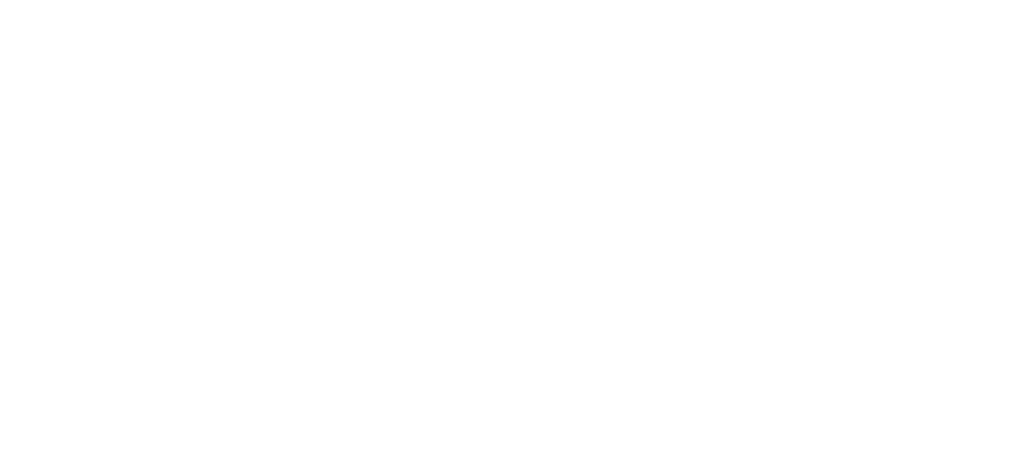
<source format=kicad_pcb>
(kicad_pcb
	(version 20240108)
	(generator "pcbnew")
	(generator_version "8.0")
	(general
		(thickness 1.6)
		(legacy_teardrops no)
	)
	(paper "A4")
	(title_block
		(title "Ref PCB Template")
		(date "2024-11-07")
		(rev "1.0")
	)
	(layers
		(0 "F.Cu" signal)
		(31 "B.Cu" signal)
		(32 "B.Adhes" user "B.Adhesive")
		(33 "F.Adhes" user "F.Adhesive")
		(34 "B.Paste" user)
		(35 "F.Paste" user)
		(36 "B.SilkS" user "B.Silkscreen")
		(37 "F.SilkS" user "F.Silkscreen")
		(38 "B.Mask" user)
		(39 "F.Mask" user)
		(40 "Dwgs.User" user "User.Drawings")
		(41 "Cmts.User" user "User.Comments")
		(42 "Eco1.User" user "User.Eco1")
		(43 "Eco2.User" user "User.Eco2")
		(44 "Edge.Cuts" user)
		(45 "Margin" user)
		(46 "B.CrtYd" user "B.Courtyard")
		(47 "F.CrtYd" user "F.Courtyard")
	)
	(setup
		(stackup
			(layer "F.SilkS"
				(type "Top Silk Screen")
			)
			(layer "F.Paste"
				(type "Top Solder Paste")
			)
			(layer "F.Mask"
				(type "Top Solder Mask")
				(color "Green")
				(thickness 0.01)
			)
			(layer "F.Cu"
				(type "copper")
				(thickness 0.035)
			)
			(layer "dielectric 1"
				(type "core")
				(thickness 1.51)
				(material "FR4")
				(epsilon_r 4.5)
				(loss_tangent 0.02)
			)
			(layer "B.Cu"
				(type "copper")
				(thickness 0.035)
			)
			(layer "B.Mask"
				(type "Bottom Solder Mask")
				(color "Green")
				(thickness 0.01)
			)
			(layer "B.Paste"
				(type "Bottom Solder Paste")
			)
			(layer "B.SilkS"
				(type "Bottom Silk Screen")
			)
			(copper_finish "None")
			(dielectric_constraints no)
		)
		(pad_to_mask_clearance 0)
		(allow_soldermask_bridges_in_footprints no)
		(aux_axis_origin 145 101.5)
		(pcbplotparams
			(layerselection 0x0000030_80000001)
			(plot_on_all_layers_selection 0x0000000_00000000)
			(disableapertmacros no)
			(usegerberextensions yes)
			(usegerberattributes no)
			(usegerberadvancedattributes no)
			(creategerberjobfile no)
			(dashed_line_dash_ratio 12.000000)
			(dashed_line_gap_ratio 3.000000)
			(svgprecision 6)
			(plotframeref no)
			(viasonmask no)
			(mode 1)
			(useauxorigin no)
			(hpglpennumber 1)
			(hpglpenspeed 20)
			(hpglpendiameter 15.000000)
			(pdf_front_fp_property_popups yes)
			(pdf_back_fp_property_popups yes)
			(dxfpolygonmode yes)
			(dxfimperialunits yes)
			(dxfusepcbnewfont yes)
			(psnegative no)
			(psa4output no)
			(plotreference yes)
			(plotvalue yes)
			(plotfptext yes)
			(plotinvisibletext no)
			(sketchpadsonfab no)
			(subtractmaskfromsilk no)
			(outputformat 1)
			(mirror no)
			(drillshape 1)
			(scaleselection 1)
			(outputdirectory "")
		)
	)
	(net 0 "")
	(gr_line
		(start 370.250001 169.25)
		(end 370.250001 206.012)
		(stroke
			(width 0.1)
			(type default)
		)
		(layer "Dwgs.User")
		(uuid "282d74b9-10fa-41ec-8d40-6a496250f823")
	)
	(gr_line
		(start 313.292858 180.77)
		(end 436.621433 180.77)
		(stroke
			(width 0.1)
			(type default)
		)
		(layer "Dwgs.User")
		(uuid "38f46b1b-7f2c-456a-a936-c6ec8ae433b2")
	)
	(gr_line
		(start 328.678572 169.25)
		(end 328.678572 206.012)
		(stroke
			(width 0.1)
			(type default)
		)
		(layer "Dwgs.User")
		(uuid "3a078c02-7651-46bd-96e6-742ba68181f6")
	)
	(gr_line
		(start 406.778574 169.25)
		(end 406.778574 206.012)
		(stroke
			(width 0.1)
			(type default)
		)
		(layer "Dwgs.User")
		(uuid "421c6ef9-eee3-4326-a4c9-112ec0191fc6")
	)
	(gr_line
		(start 313.292858 191.588)
		(end 436.621433 191.588)
		(stroke
			(width 0.1)
			(type default)
		)
		(layer "Dwgs.User")
		(uuid "5267f77f-b9e5-4bbe-9f6d-dab616d94b2e")
	)
	(gr_line
		(start 313.292858 177.164)
		(end 436.621433 177.164)
		(stroke
			(width 0.1)
			(type default)
		)
		(layer "Dwgs.User")
		(uuid "6d6cf1a6-b2c9-4633-8c4f-1addf2ec3927")
	)
	(gr_line
		(start 313.292858 206.012)
		(end 436.621433 206.012)
		(stroke
			(width 0.1)
			(type default)
		)
		(layer "Dwgs.User")
		(uuid "7d53f6e8-1aa1-4c28-9160-afc66076e2f1")
	)
	(gr_line
		(start 313.292858 187.982)
		(end 436.621433 187.982)
		(stroke
			(width 0.1)
			(type default)
		)
		(layer "Dwgs.User")
		(uuid "8795116d-1835-444f-a6b7-2a01df1e8831")
	)
	(gr_line
		(start 419.664289 169.25)
		(end 419.664289 206.012)
		(stroke
			(width 0.1)
			(type default)
		)
		(layer "Dwgs.User")
		(uuid "c2335d15-fd72-4e2c-ac45-8469eccbb046")
	)
	(gr_line
		(start 313.292858 195.194)
		(end 436.621433 195.194)
		(stroke
			(width 0.1)
			(type default)
		)
		(layer "Dwgs.User")
		(uuid "cce1794a-5ccc-4700-b4d1-3ac326f43d75")
	)
	(gr_line
		(start 390.278573 169.25)
		(end 390.278573 206.012)
		(stroke
			(width 0.1)
			(type default)
		)
		(layer "Dwgs.User")
		(uuid "d236ff0f-9b58-46b4-802a-70409960cf6f")
	)
	(gr_line
		(start 313.292858 169.25)
		(end 313.292858 206.012)
		(stroke
			(width 0.1)
			(type default)
		)
		(layer "Dwgs.User")
		(uuid "d81f299f-171b-403e-813e-f9209e9a0fcf")
	)
	(gr_line
		(start 313.292858 184.376)
		(end 436.621433 184.376)
		(stroke
			(width 0.1)
			(type default)
		)
		(layer "Dwgs.User")
		(uuid "d8baa880-6130-4f6f-b4e0-52413a28698c")
	)
	(gr_line
		(start 313.292858 198.8)
		(end 436.621433 198.8)
		(stroke
			(width 0.1)
			(type default)
		)
		(layer "Dwgs.User")
		(uuid "e3acf027-5575-49e4-a35c-522bc0a258e0")
	)
	(gr_line
		(start 436.621433 169.25)
		(end 436.621433 206.012)
		(stroke
			(width 0.1)
			(type default)
		)
		(layer "Dwgs.User")
		(uuid "e3fdcac2-2736-48bc-ab16-07e81a8ffb34")
	)
	(gr_line
		(start 313.292858 169.25)
		(end 436.621433 169.25)
		(stroke
			(width 0.1)
			(type default)
		)
		(layer "Dwgs.User")
		(uuid "f2c1058c-3d9c-4355-8ead-0f1c5c160ce6")
	)
	(gr_line
		(start 353.75 169.25)
		(end 353.75 206.012)
		(stroke
			(width 0.1)
			(type default)
		)
		(layer "Dwgs.User")
		(uuid "f50d1f66-7469-49c6-b37d-a75c7d703163")
	)
	(gr_line
		(start 313.292858 173.558)
		(end 436.621433 173.558)
		(stroke
			(width 0.1)
			(type default)
		)
		(layer "Dwgs.User")
		(uuid "fb004361-416e-4cb7-89c9-333143cebfc8")
	)
	(gr_line
		(start 313.292858 202.406)
		(end 436.621433 202.406)
		(stroke
			(width 0.1)
			(type default)
		)
		(layer "Dwgs.User")
		(uuid "fb5ef685-968f-4ec8-bd2c-dddd4a6dce30")
	)
	(gr_text "No"
		(at 406.974567 158.568 0)
		(layer "Dwgs.User")
		(uuid "012692c2-d4f2-41dd-bbaf-8ca865b407cd")
		(effects
			(font
				(size 1.5 1.5)
				(thickness 0.2)
			)
			(justify left top)
		)
	)
	(gr_text ""
		(at 354.5 199.55 0)
		(layer "Dwgs.User")
		(uuid "04e9ee3a-ea74-461f-8b17-3ca1eb2be5bd")
		(effects
			(font
				(size 1.5 1.5)
				(thickness 0.1)
			)
			(justify left top)
		)
	)
	(gr_text "0.02"
		(at 420.414289 188.732 0)
		(layer "Dwgs.User")
		(uuid "069c2b01-8c64-4567-a952-2c148f7aca83")
		(effects
			(font
				(size 1.5 1.5)
				(thickness 0.1)
			)
			(justify left top)
		)
	)
	(gr_text ""
		(at 391.028573 185.126 0)
		(layer "Dwgs.User")
		(uuid "0acdbe47-33d6-4ddd-a7a2-54bdf1643b4f")
		(effects
			(font
				(size 1.5 1.5)
				(thickness 0.1)
			)
			(justify left top)
		)
	)
	(gr_text "123.4286 mm x 36.8620 mm"
		(at 346.446001 146.697 0)
		(layer "Dwgs.User")
		(uuid "0ca7c12d-5774-48ea-9aca-214877dbb3c0")
		(effects
			(font
				(size 1.5 1.5)
				(thickness 0.2)
			)
			(justify left top)
		)
	)
	(gr_text "Green"
		(at 391.028573 195.944 0)
		(layer "Dwgs.User")
		(uuid "0f7993c1-ac77-45f5-9b27-8564c1685e15")
		(effects
			(font
				(size 1.5 1.5)
				(thickness 0.1)
			)
			(justify left top)
		)
	)
	(gr_text ""
		(at 391.028573 192.338 0)
		(layer "Dwgs.User")
		(uuid "10700aa3-c9a4-4e10-a467-40d8c663ea33")
		(effects
			(font
				(size 1.5 1.5)
				(thickness 0.1)
			)
			(justify left top)
		)
	)
	(gr_text "Plated Board Edge: "
		(at 382.03171 158.568 0)
		(layer "Dwgs.User")
		(uuid "10b93cbf-b36c-4732-8955-d62755f99b1f")
		(effects
			(font
				(size 1.5 1.5)
				(thickness 0.2)
			)
			(justify left top)
		)
	)
	(gr_text "Type"
		(at 329.428572 170 0)
		(layer "Dwgs.User")
		(uuid "14b540e9-0561-4dc2-874c-812b861d68df")
		(effects
			(font
				(size 1.5 1.5)
				(thickness 0.3)
			)
			(justify left top)
		)
	)
	(gr_text "0 mm"
		(at 371.000001 199.55 0)
		(layer "Dwgs.User")
		(uuid "15651183-3b18-4715-8731-56154d0fc0ab")
		(effects
			(font
				(size 1.5 1.5)
				(thickness 0.1)
			)
			(justify left top)
		)
	)
	(gr_text "4.5"
		(at 407.528574 188.732 0)
		(layer "Dwgs.User")
		(uuid "173605f7-58bd-4033-b15d-0ef2305dc887")
		(effects
			(font
				(size 1.5 1.5)
				(thickness 0.1)
			)
			(justify left top)
		)
	)
	(gr_text "Min track/spacing: "
		(at 313.788858 150.654 0)
		(layer "Dwgs.User")
		(uuid "2049d55f-265a-4420-859a-b2710f2dcdc1")
		(effects
			(font
				(size 1.5 1.5)
				(thickness 0.2)
			)
			(justify left top)
		)
	)
	(gr_text "0 mm"
		(at 371.000001 174.308 0)
		(layer "Dwgs.User")
		(uuid "23f7992d-20b3-4fca-9452-c8cec37e52ad")
		(effects
			(font
				(size 1.5 1.5)
				(thickness 0.1)
			)
			(justify left top)
		)
	)
	(gr_text ""
		(at 382.03171 146.697 0)
		(layer "Dwgs.User")
		(uuid "254669d8-0432-484f-8aae-dd3b1a013b3e")
		(effects
			(font
				(size 1.5 1.5)
				(thickness 0.2)
			)
			(justify left top)
		)
	)
	(gr_text "1"
		(at 407.528574 192.338 0)
		(layer "Dwgs.User")
		(uuid "2af11b8c-fa55-401c-8df9-b3e6e0da9ab7")
		(effects
			(font
				(size 1.5 1.5)
				(thickness 0.1)
			)
			(justify left top)
		)
	)
	(gr_text "B.Paste"
		(at 314.042858 199.55 0)
		(layer "Dwgs.User")
		(uuid "2c8406da-7e9f-4b4b-a35d-e7444b4fea09")
		(effects
			(font
				(size 1.5 1.5)
				(thickness 0.1)
			)
			(justify left top)
		)
	)
	(gr_text "copper"
		(at 329.428572 192.338 0)
		(layer "Dwgs.User")
		(uuid "2f19aae4-6bad-48e4-abf1-e92355549a62")
		(effects
			(font
				(size 1.5 1.5)
				(thickness 0.1)
			)
			(justify left top)
		)
	)
	(gr_text "1"
		(at 407.528574 174.308 0)
		(layer "Dwgs.User")
		(uuid "3240e5ae-e75f-4953-b802-e6e5f72df450")
		(effects
			(font
				(size 1.5 1.5)
				(thickness 0.1)
			)
			(justify left top)
		)
	)
	(gr_text "1"
		(at 407.528574 177.914 0)
		(layer "Dwgs.User")
		(uuid "413935bc-bf04-4fed-b378-922ae7ade7bb")
		(effects
			(font
				(size 1.5 1.5)
				(thickness 0.1)
			)
			(justify left top)
		)
	)
	(gr_text "Edge card connectors: "
		(at 313.788858 162.525 0)
		(layer "Dwgs.User")
		(uuid "43a0a473-19f5-4f2c-9266-a6f46dcf5b14")
		(effects
			(font
				(size 1.5 1.5)
				(thickness 0.2)
			)
			(justify left top)
		)
	)
	(gr_text ""
		(at 354.5 185.126 0)
		(layer "Dwgs.User")
		(uuid "449a7c99-4f18-413c-af6e-d6ce2a839b33")
		(effects
			(font
				(size 1.5 1.5)
				(thickness 0.1)
			)
			(justify left top)
		)
	)
	(gr_text "1"
		(at 407.528574 185.126 0)
		(layer "Dwgs.User")
		(uuid "47489485-b828-4295-88db-fbcedd5a9c93")
		(effects
			(font
				(size 1.5 1.5)
				(thickness 0.1)
			)
			(justify left top)
		)
	)
	(gr_text "0"
		(at 420.414289 174.308 0)
		(layer "Dwgs.User")
		(uuid "48105cb7-6ecc-4492-a50b-be3fcb8920b5")
		(effects
			(font
				(size 1.5 1.5)
				(thickness 0.1)
			)
			(justify left top)
		)
	)
	(gr_text "Dielectric"
		(at 314.042858 188.732 0)
		(layer "Dwgs.User")
		(uuid "4b7cbbee-8547-41ab-a73a-6e1023ed36d2")
		(effects
			(font
				(size 1.5 1.5)
				(thickness 0.1)
			)
			(justify left top)
		)
	)
	(gr_text "B.Mask"
		(at 314.042858 195.944 0)
		(layer "Dwgs.User")
		(uuid "4e0d160a-6b37-44d8-a4dc-e11652ab270f")
		(effects
			(font
				(size 1.5 1.5)
				(thickness 0.1)
			)
			(justify left top)
		)
	)
	(gr_text "0.01 mm"
		(at 371.000001 181.52 0)
		(layer "Dwgs.User")
		(uuid "4f24ae02-23ae-4cba-af34-ec20652ee3ad")
		(effects
			(font
				(size 1.5 1.5)
				(thickness 0.1)
			)
			(justify left top)
		)
	)
	(gr_text "0"
		(at 420.414289 185.126 0)
		(layer "Dwgs.User")
		(uuid "4f98ac7a-8287-4666-86fc-807a082a5376")
		(effects
			(font
				(size 1.5 1.5)
				(thickness 0.1)
			)
			(justify left top)
		)
	)
	(gr_text "Layer Name"
		(at 314.042858 170 0)
		(layer "Dwgs.User")
		(uuid "5210b8e5-4662-4d71-a142-f858635279a0")
		(effects
			(font
				(size 1.5 1.5)
				(thickness 0.3)
			)
			(justify left top)
		)
	)
	(gr_text "Copper Layer Count: "
		(at 313.788858 142.74 0)
		(layer "Dwgs.User")
		(uuid "526ef829-f3de-4884-aab2-0bee86b8156a")
		(effects
			(font
				(size 1.5 1.5)
				(thickness 0.2)
			)
			(justify left top)
		)
	)
	(gr_text "0.035 mm"
		(at 371.000001 192.338 0)
		(layer "Dwgs.User")
		(uuid "52e1556f-510a-4403-b080-58df801daefe")
		(effects
			(font
				(size 1.5 1.5)
				(thickness 0.1)
			)
			(justify left top)
		)
	)
	(gr_text "No"
		(at 406.974567 154.611 0)
		(layer "Dwgs.User")
		(uuid "61369e83-2cfc-4b4a-aedc-9fafe86d4c69")
		(effects
			(font
				(size 1.5 1.5)
				(thickness 0.2)
			)
			(justify left top)
		)
	)
	(gr_text "Bottom Solder Paste"
		(at 329.428572 199.55 0)
		(layer "Dwgs.User")
		(uuid "646a8973-0369-41f4-add8-245f35084097")
		(effects
			(font
				(size 1.5 1.5)
				(thickness 0.1)
			)
			(justify left top)
		)
	)
	(gr_text "${TITLE}\n\n"
		(at 28 49.5 0)
		(layer "Dwgs.User")
		(uuid "6b67b59a-0c49-4f12-b2ba-e9e29b187828")
		(effects
			(font
				(size 10 10)
				(thickness 1.5)
			)
			(justify left bottom)
		)
	)
	(gr_text "3.3"
		(at 407.528574 181.52 0)
		(layer "Dwgs.User")
		(uuid "6c417115-4633-4f6c-8b9b-a03494ff170d")
		(effects
			(font
				(size 1.5 1.5)
				(thickness 0.1)
			)
			(justify left top)
		)
	)
	(gr_text "2"
		(at 346.446001 142.74 0)
		(layer "Dwgs.User")
		(uuid "6db04644-a92d-4e14-a565-3af4089e613e")
		(effects
			(font
				(size 1.5 1.5)
				(thickness 0.2)
			)
			(justify left top)
		)
	)
	(gr_text "Not specified"
		(at 354.5 174.308 0)
		(layer "Dwgs.User")
		(uuid "72e21754-dfe8-4037-9675-f003b082a18f")
		(effects
			(font
				(size 1.5 1.5)
				(thickness 0.1)
			)
			(justify left top)
		)
	)
	(gr_text "F.Cu"
		(at 314.042858 185.126 0)
		(layer "Dwgs.User")
		(uuid "72f193f0-1f22-4205-95ea-8c60bc1d2c57")
		(effects
			(font
				(size 1.5 1.5)
				(thickness 0.1)
			)
			(justify left top)
		)
	)
	(gr_text "Top Solder Mask"
		(at 329.428572 181.52 0)
		(layer "Dwgs.User")
		(uuid "745aeabd-fbf4-49d6-a9a6-c7f3c8bca4fc")
		(effects
			(font
				(size 1.5 1.5)
				(thickness 0.1)
			)
			(justify left top)
		)
	)
	(gr_text "Top Solder Paste"
		(at 329.428572 177.914 0)
		(layer "Dwgs.User")
		(uuid "752bd562-7e7d-48bf-aec9-39b2d29058b4")
		(effects
			(font
				(size 1.5 1.5)
				(thickness 0.1)
			)
			(justify left top)
		)
	)
	(gr_text ""
		(at 391.028573 199.55 0)
		(layer "Dwgs.User")
		(uuid "765de745-76f9-434f-be41-8df03c2b10bc")
		(effects
			(font
				(size 1.5 1.5)
				(thickness 0.1)
			)
			(justify left top)
		)
	)
	(gr_text "1"
		(at 407.528574 203.156 0)
		(layer "Dwgs.User")
		(uuid "79dd007c-1526-4646-b83a-1986b5cd713b")
		(effects
			(font
				(size 1.5 1.5)
				(thickness 0.1)
			)
			(justify left top)
		)
	)
	(gr_text "BOARD CHARACTERISTICS"
		(at 313.038858 137.246 0)
		(layer "Dwgs.User")
		(uuid "8453f459-df65-44dd-9fcf-4f715c0a6582")
		(effects
			(font
				(size 2 2)
				(thickness 0.4)
			)
			(justify left top)
		)
	)
	(gr_text "3.3"
		(at 407.528574 195.944 0)
		(layer "Dwgs.User")
		(uuid "85298582-ec6d-4b6a-a2d3-0f16410e75fb")
		(effects
			(font
				(size 1.5 1.5)
				(thickness 0.1)
			)
			(justify left top)
		)
	)
	(gr_text "Castellated pads: "
		(at 313.788858 158.568 0)
		(layer "Dwgs.User")
		(uuid "88cfcd63-8901-44fb-8a82-d3f0a4f85ed7")
		(effects
			(font
				(size 1.5 1.5)
				(thickness 0.2)
			)
			(justify left top)
		)
	)
	(gr_text "Min hole diameter: "
		(at 382.03171 150.654 0)
		(layer "Dwgs.User")
		(uuid "8b0c900a-a604-4d75-bd97-5d31b5977b99")
		(effects
			(font
				(size 1.5 1.5)
				(thickness 0.2)
			)
			(justify left top)
		)
	)
	(gr_text "0"
		(at 420.414289 199.55 0)
		(layer "Dwgs.User")
		(uuid "8d9cbfcc-5b3f-43b9-ba7f-e7401eb93e49")
		(effects
			(font
				(size 1.5 1.5)
				(thickness 0.1)
			)
			(justify left top)
		)
	)
	(gr_text "0"
		(at 420.414289 203.156 0)
		(layer "Dwgs.User")
		(uuid "94e63666-3898-4941-af31-2f50392e6cb5")
		(effects
			(font
				(size 1.5 1.5)
				(thickness 0.1)
			)
			(justify left top)
		)
	)
	(gr_text "0 mm"
		(at 371.000001 203.156 0)
		(layer "Dwgs.User")
		(uuid "951ee72b-a8b6-4f58-ab14-92d1b8d91f16")
		(effects
			(font
				(size 1.5 1.5)
				(thickness 0.1)
			)
			(justify left top)
		)
	)
	(gr_text "B.Silkscreen"
		(at 314.042858 203.156 0)
		(layer "Dwgs.User")
		(uuid "97773c7c-2935-4c56-9ddd-73f18c5937a3")
		(effects
			(font
				(size 1.5 1.5)
				(thickness 0.1)
			)
			(justify left top)
		)
	)
	(gr_text ""
		(at 354.5 192.338 0)
		(layer "Dwgs.User")
		(uuid "99f9e9b9-3da7-4de9-9746-e5d6c02b8503")
		(effects
			(font
				(size 1.5 1.5)
				(thickness 0.1)
			)
			(justify left top)
		)
	)
	(gr_text "Not specified"
		(at 391.028573 174.308 0)
		(layer "Dwgs.User")
		(uuid "9c7df5aa-0130-4185-b2da-debfb940f1cc")
		(effects
			(font
				(size 1.5 1.5)
				(thickness 0.1)
			)
			(justify left top)
		)
	)
	(gr_text "Color"
		(at 391.028573 170 0)
		(layer "Dwgs.User")
		(uuid "a1462520-b328-41ee-8d18-dab60266df96")
		(effects
			(font
				(size 1.5 1.5)
				(thickness 0.3)
			)
			(justify left top)
		)
	)
	(gr_text "1"
		(at 407.528574 199.55 0)
		(layer "Dwgs.User")
		(uuid "a3f72ab6-5dea-40c3-beaf-0e87405867f1")
		(effects
			(font
				(size 1.5 1.5)
				(thickness 0.1)
			)
			(justify left top)
		)
	)
	(gr_text "Loss Tangent"
		(at 420.414289 170 0)
		(layer "Dwgs.User")
		(uuid "a53b9725-d49a-4617-852e-6041d2c54a54")
		(effects
			(font
				(size 1.5 1.5)
				(thickness 0.3)
			)
			(justify left top)
		)
	)
	(gr_text "Material"
		(at 354.5 170 0)
		(layer "Dwgs.User")
		(uuid "abcdd730-c75b-4420-b1ea-af2dbbdad9d4")
		(effects
			(font
				(size 1.5 1.5)
				(thickness 0.3)
			)
			(justify left top)
		)
	)
	(gr_text "Bottom Silk Screen"
		(at 329.428572 203.156 0)
		(layer "Dwgs.User")
		(uuid "ad05584f-d986-4fde-b35a-0a64552965b2")
		(effects
			(font
				(size 1.5 1.5)
				(thickness 0.1)
			)
			(justify left top)
		)
	)
	(gr_text "0.2540 mm / 0.0000 mm"
		(at 346.446001 150.654 0)
		(layer "Dwgs.User")
		(uuid "ae9eaf60-f36d-415c-91eb-11aa6e0abffc")
		(effects
			(font
				(size 1.5 1.5)
				(thickness 0.2)
			)
			(justify left top)
		)
	)
	(gr_text "Green"
		(at 391.028573 181.52 0)
		(layer "Dwgs.User")
		(uuid "b0db9474-96f7-4599-aa02-236b5f46567a")
		(effects
			(font
				(size 1.5 1.5)
				(thickness 0.1)
			)
			(justify left top)
		)
	)
	(gr_text "F.Mask"
		(at 314.042858 181.52 0)
		(layer "Dwgs.User")
		(uuid "b2412858-1194-4020-9be3-93ef9424ef58")
		(effects
			(font
				(size 1.5 1.5)
				(thickness 0.1)
			)
			(justify left top)
		)
	)
	(gr_text "Impedance Control: "
		(at 382.03171 154.611 0)
		(layer "Dwgs.User")
		(uuid "b2ae54d4-1b7b-4b0b-b7d6-e8cf75351d2f")
		(effects
			(font
				(size 1.5 1.5)
				(thickness 0.2)
			)
			(justify left top)
		)
	)
	(gr_text "Top Silk Screen"
		(at 329.428572 174.308 0)
		(layer "Dwgs.User")
		(uuid "b40217a2-f65c-4965-b7da-481f15086f67")
		(effects
			(font
				(size 1.5 1.5)
				(thickness 0.1)
			)
			(justify left top)
		)
	)
	(gr_text "0"
		(at 420.414289 192.338 0)
		(layer "Dwgs.User")
		(uuid "b432779c-1615-4a4e-bfde-82b92ea270e6")
		(effects
			(font
				(size 1.5 1.5)
				(thickness 0.1)
			)
			(justify left top)
		)
	)
	(gr_text "Not specified"
		(at 354.5 181.52 0)
		(layer "Dwgs.User")
		(uuid "b5b265f8-60f4-4e50-a727-7c964e23cffc")
		(effects
			(font
				(size 1.5 1.5)
				(thickness 0.1)
			)
			(justify left top)
		)
	)
	(gr_text "1.6000 mm"
		(at 406.974567 142.74 0)
		(layer "Dwgs.User")
		(uuid "b6aa731e-b1c1-4231-b8e5-b8413e66cf83")
		(effects
			(font
				(size 1.5 1.5)
				(thickness 0.2)
			)
			(justify left top)
		)
	)
	(gr_text "copper"
		(at 329.428572 185.126 0)
		(layer "Dwgs.User")
		(uuid "b7fe9f57-35b2-48bb-a641-ae1c9e18eb43")
		(effects
			(font
				(size 1.5 1.5)
				(thickness 0.1)
			)
			(justify left top)
		)
	)
	(gr_text "Not specified"
		(at 391.028573 188.732 0)
		(layer "Dwgs.User")
		(uuid "b8e677d6-2936-4360-aa7f-92ec4571e3b1")
		(effects
			(font
				(size 1.5 1.5)
				(thickness 0.1)
			)
			(justify left top)
		)
	)
	(gr_text "F.Silkscreen"
		(at 314.042858 174.308 0)
		(layer "Dwgs.User")
		(uuid "ba91a71a-ac84-4434-9fea-51120f59514f")
		(effects
			(font
				(size 1.5 1.5)
				(thickness 0.1)
			)
			(justify left top)
		)
	)
	(gr_text "Copper Finish: "
		(at 313.788858 154.611 0)
		(layer "Dwgs.User")
		(uuid "bb07cde7-b613-4a4b-b062-868f5745c9e0")
		(effects
			(font
				(size 1.5 1.5)
				(thickness 0.2)
			)
			(justify left top)
		)
	)
	(gr_text "0.5080 mm"
		(at 406.974567 150.654 0)
		(layer "Dwgs.User")
		(uuid "c0467f52-31a1-42ef-878f-01fadb3a0fac")
		(effects
			(font
				(size 1.5 1.5)
				(thickness 0.2)
			)
			(justify left top)
		)
	)
	(gr_text "0"
		(at 420.414289 195.944 0)
		(layer "Dwgs.User")
		(uuid "c0da4348-c9ee-4942-a230-49ed0dc09c96")
		(effects
			(font
				(size 1.5 1.5)
				(thickness 0.1)
			)
			(justify left top)
		)
	)
	(gr_text "${ISSUE_DATE}\n"
		(at 179 34 0)
		(layer "Dwgs.User")
		(uuid "ca82f5b4-9d15-4aef-9832-42cfd3c86dca")
		(effects
			(font
				(size 10 10)
				(thickness 1.5)
			)
			(justify left bottom)
		)
	)
	(gr_text "1.51 mm"
		(at 371.000001 188.732 0)
		(layer "Dwgs.User")
		(uuid "ca896cf7-537d-4b86-8e91-18844b6318ab")
		(effects
			(font
				(size 1.5 1.5)
				(thickness 0.1)
			)
			(justify left top)
		)
	)
	(gr_text "Not specified"
		(at 354.5 195.944 0)
		(layer "Dwgs.User")
		(uuid "cca7f50b-810e-4f2b-a57d-2b16aab1c863")
		(effects
			(font
				(size 1.5 1.5)
				(thickness 0.1)
			)
			(justify left top)
		)
	)
	(gr_text "FR4"
		(at 354.5 188.732 0)
		(layer "Dwgs.User")
		(uuid "ce29cc21-ad60-4a8f-90da-a7a07f2eb580")
		(effects
			(font
				(size 1.5 1.5)
				(thickness 0.1)
			)
			(justify left top)
		)
	)
	(gr_text "0"
		(at 420.414289 177.914 0)
		(layer "Dwgs.User")
		(uuid "d19bd7dc-b1ac-4231-8ae1-5f27eea0ab1b")
		(effects
			(font
				(size 1.5 1.5)
				(thickness 0.1)
			)
			(justify left top)
		)
	)
	(gr_text "core"
		(at 329.428572 188.732 0)
		(layer "Dwgs.User")
		(uuid "d7a6c8f2-e5a6-4f97-a6ce-55deb6a48226")
		(effects
			(font
				(size 1.5 1.5)
				(thickness 0.1)
			)
			(justify left top)
		)
	)
	(gr_text "F.Paste"
		(at 314.042858 177.914 0)
		(layer "Dwgs.User")
		(uuid "dbab68f4-fd1a-47e8-b41a-a12d51c4d22c")
		(effects
			(font
				(size 1.5 1.5)
				(thickness 0.1)
			)
			(justify left top)
		)
	)
	(gr_text "Not specified"
		(at 391.028573 203.156 0)
		(layer "Dwgs.User")
		(uuid "de01d01c-1965-4301-a239-c754b21f3f02")
		(effects
			(font
				(size 1.5 1.5)
				(thickness 0.1)
			)
			(justify left top)
		)
	)
	(gr_text "Bottom Solder Mask"
		(at 329.428572 195.944 0)
		(layer "Dwgs.User")
		(uuid "e0f82fea-a675-44c0-b05c-c94e0eff421a")
		(effects
			(font
				(size 1.5 1.5)
				(thickness 0.1)
			)
			(justify left top)
		)
	)
	(gr_text "0 mm"
		(at 371.000001 177.914 0)
		(layer "Dwgs.User")
		(uuid "e19651ba-33e6-4ab0-b28b-cbdc8cf62142")
		(effects
			(font
				(size 1.5 1.5)
				(thickness 0.1)
			)
			(justify left top)
		)
	)
	(gr_text "No"
		(at 346.446001 158.568 0)
		(layer "Dwgs.User")
		(uuid "e25c3632-0ef8-4700-b8d0-971c934807ee")
		(effects
			(font
				(size 1.5 1.5)
				(thickness 0.2)
			)
			(justify left top)
		)
	)
	(gr_text "Board overall dimensions: "
		(at 313.788858 146.697 0)
		(layer "Dwgs.User")
		(uuid "e3cd30f3-66fe-46d0-82e3-d2fb984efd41")
		(effects
			(font
				(size 1.5 1.5)
				(thickness 0.2)
			)
			(justify left top)
		)
	)
	(gr_text "No"
		(at 346.446001 162.525 0)
		(layer "Dwgs.User")
		(uuid "e8762426-3fb6-47ab-aa8f-088619e589b0")
		(effects
			(font
				(size 1.5 1.5)
				(thickness 0.2)
			)
			(justify left top)
		)
	)
	(gr_text "Epsilon R"
		(at 407.528574 170 0)
		(layer "Dwgs.User")
		(uuid "e87af060-6009-45c7-a214-c45f6039954d")
		(effects
			(font
				(size 1.5 1.5)
				(thickness 0.3)
			)
			(justify left top)
		)
	)
	(gr_text "Thickness (mm)"
		(at 371.000001 170 0)
		(layer "Dwgs.User")
		(uuid "eca7afd4-7373-4944-8223-5e1ffc19f8cf")
		(effects
			(font
				(size 1.5 1.5)
				(thickness 0.3)
			)
			(justify left top)
		)
	)
	(gr_text "B.Cu"
		(at 314.042858 192.338 0)
		(layer "Dwgs.User")
		(uuid "f05077b6-5147-4da2-b2fd-5fe426914d37")
		(effects
			(font
				(size 1.5 1.5)
				(thickness 0.1)
			)
			(justify left top)
		)
	)
	(gr_text "0"
		(at 420.414289 181.52 0)
		(layer "Dwgs.User")
		(uuid "f0775369-2eb5-4d4b-af03-a8792a50ff06")
		(effects
			(font
				(size 1.5 1.5)
				(thickness 0.1)
			)
			(justify left top)
		)
	)
	(gr_text "Not specified"
		(at 354.5 203.156 0)
		(layer "Dwgs.User")
		(uuid "f2f028db-743c-457a-a58f-afe7c1ab5306")
		(effects
			(font
				(size 1.5 1.5)
				(thickness 0.1)
			)
			(justify left top)
		)
	)
	(gr_text ""
		(at 354.5 177.914 0)
		(layer "Dwgs.User")
		(uuid "f343947a-db68-4466-ab30-79070eecff5a")
		(effects
			(font
				(size 1.5 1.5)
				(thickness 0.1)
			)
			(justify left top)
		)
	)
	(gr_text "0.01 mm"
		(at 371.000001 195.944 0)
		(layer "Dwgs.User")
		(uuid "f35b6299-c27a-4ec3-ad57-502ee3bc9dc5")
		(effects
			(font
				(size 1.5 1.5)
				(thickness 0.1)
			)
			(justify left top)
		)
	)
	(gr_text "0.035 mm"
		(at 371.000001 185.126 0)
		(layer "Dwgs.User")
		(uuid "f60d9b43-ed02-4033-a4c8-a149af253582")
		(effects
			(font
				(size 1.5 1.5)
				(thickness 0.1)
			)
			(justify left top)
		)
	)
	(gr_text ""
		(at 406.974567 146.697 0)
		(layer "Dwgs.User")
		(uuid "f7ed6b06-7c12-4072-85fa-523a771eb676")
		(effects
			(font
				(size 1.5 1.5)
				(thickness 0.2)
			)
			(justify left top)
		)
	)
	(gr_text "None"
		(at 346.446001 154.611 0)
		(layer "Dwgs.User")
		(uuid "f940fe62-5c2a-4ba4-a0f2-3d5aea84323c")
		(effects
			(font
				(size 1.5 1.5)
				(thickness 0.2)
			)
			(justify left top)
		)
	)
	(gr_text ""
		(at 391.028573 177.914 0)
		(layer "Dwgs.User")
		(uuid "fc8882e5-7946-4371-8659-faa42d9d4969")
		(effects
			(font
				(size 1.5 1.5)
				(thickness 0.1)
			)
			(justify left top)
		)
	)
	(gr_text "Board Thickness: "
		(at 382.03171 142.74 0)
		(layer "Dwgs.User")
		(uuid "fd83b4e3-887c-491b-87ef-f9653e83b3f1")
		(effects
			(font
				(size 1.5 1.5)
				(thickness 0.2)
			)
			(justify left top)
		)
	)
	(group "group-boardStackUp"
		(uuid "0253bcad-4e54-47b6-80c8-0357b183ca7f")
		(members "04e9ee3a-ea74-461f-8b17-3ca1eb2be5bd" "069c2b01-8c64-4567-a952-2c148f7aca83"
			"0acdbe47-33d6-4ddd-a7a2-54bdf1643b4f" "0f7993c1-ac77-45f5-9b27-8564c1685e15"
			"10700aa3-c9a4-4e10-a467-40d8c663ea33" "14b540e9-0561-4dc2-874c-812b861d68df"
			"15651183-3b18-4715-8731-56154d0fc0ab" "173605f7-58bd-4033-b15d-0ef2305dc887"
			"23f7992d-20b3-4fca-9452-c8cec37e52ad" "282d74b9-10fa-41ec-8d40-6a496250f823"
			"2af11b8c-fa55-401c-8df9-b3e6e0da9ab7" "2c8406da-7e9f-4b4b-a35d-e7444b4fea09"
			"2f19aae4-6bad-48e4-abf1-e92355549a62" "3240e5ae-e75f-4953-b802-e6e5f72df450"
			"38f46b1b-7f2c-456a-a936-c6ec8ae433b2" "3a078c02-7651-46bd-96e6-742ba68181f6"
			"413935bc-bf04-4fed-b378-922ae7ade7bb" "421c6ef9-eee3-4326-a4c9-112ec0191fc6"
			"449a7c99-4f18-413c-af6e-d6ce2a839b33" "47489485-b828-4295-88db-fbcedd5a9c93"
			"48105cb7-6ecc-4492-a50b-be3fcb8920b5" "4b7cbbee-8547-41ab-a73a-6e1023ed36d2"
			"4e0d160a-6b37-44d8-a4dc-e11652ab270f" "4f24ae02-23ae-4cba-af34-ec20652ee3ad"
			"4f98ac7a-8287-4666-86fc-807a082a5376" "5210b8e5-4662-4d71-a142-f858635279a0"
			"5267f77f-b9e5-4bbe-9f6d-dab616d94b2e" "52e1556f-510a-4403-b080-58df801daefe"
			"646a8973-0369-41f4-add8-245f35084097" "6c417115-4633-4f6c-8b9b-a03494ff170d"
			"6d6cf1a6-b2c9-4633-8c4f-1addf2ec3927" "72e21754-dfe8-4037-9675-f003b082a18f"
			"72f193f0-1f22-4205-95ea-8c60bc1d2c57" "745aeabd-fbf4-49d6-a9a6-c7f3c8bca4fc"
			"752bd562-7e7d-48bf-aec9-39b2d29058b4" "765de745-76f9-434f-be41-8df03c2b10bc"
			"79dd007c-1526-4646-b83a-1986b5cd713b" "7d53f6e8-1aa1-4c28-9160-afc66076e2f1"
			"85298582-ec6d-4b6a-a2d3-0f16410e75fb" "8795116d-1835-444f-a6b7-2a01df1e8831"
			"8d9cbfcc-5b3f-43b9-ba7f-e7401eb93e49" "94e63666-3898-4941-af31-2f50392e6cb5"
			"951ee72b-a8b6-4f58-ab14-92d1b8d91f16" "97773c7c-2935-4c56-9ddd-73f18c5937a3"
			"99f9e9b9-3da7-4de9-9746-e5d6c02b8503" "9c7df5aa-0130-4185-b2da-debfb940f1cc"
			"a1462520-b328-41ee-8d18-dab60266df96" "a3f72ab6-5dea-40c3-beaf-0e87405867f1"
			"a53b9725-d49a-4617-852e-6041d2c54a54" "abcdd730-c75b-4420-b1ea-af2dbbdad9d4"
			"ad05584f-d986-4fde-b35a-0a64552965b2" "b0db9474-96f7-4599-aa02-236b5f46567a"
			"b2412858-1194-4020-9be3-93ef9424ef58" "b40217a2-f65c-4965-b7da-481f15086f67"
			"b432779c-1615-4a4e-bfde-82b92ea270e6" "b5b265f8-60f4-4e50-a727-7c964e23cffc"
			"b7fe9f57-35b2-48bb-a641-ae1c9e18eb43" "b8e677d6-2936-4360-aa7f-92ec4571e3b1"
			"ba91a71a-ac84-4434-9fea-51120f59514f" "c0da4348-c9ee-4942-a230-49ed0dc09c96"
			"c2335d15-fd72-4e2c-ac45-8469eccbb046" "ca896cf7-537d-4b86-8e91-18844b6318ab"
			"cca7f50b-810e-4f2b-a57d-2b16aab1c863" "cce1794a-5ccc-4700-b4d1-3ac326f43d75"
			"ce29cc21-ad60-4a8f-90da-a7a07f2eb580" "d19bd7dc-b1ac-4231-8ae1-5f27eea0ab1b"
			"d236ff0f-9b58-46b4-802a-70409960cf6f" "d7a6c8f2-e5a6-4f97-a6ce-55deb6a48226"
			"d81f299f-171b-403e-813e-f9209e9a0fcf" "d8baa880-6130-4f6f-b4e0-52413a28698c"
			"dbab68f4-fd1a-47e8-b41a-a12d51c4d22c" "de01d01c-1965-4301-a239-c754b21f3f02"
			"e0f82fea-a675-44c0-b05c-c94e0eff421a" "e19651ba-33e6-4ab0-b28b-cbdc8cf62142"
			"e3acf027-5575-49e4-a35c-522bc0a258e0" "e3fdcac2-2736-48bc-ab16-07e81a8ffb34"
			"e87af060-6009-45c7-a214-c45f6039954d" "eca7afd4-7373-4944-8223-5e1ffc19f8cf"
			"f05077b6-5147-4da2-b2fd-5fe426914d37" "f0775369-2eb5-4d4b-af03-a8792a50ff06"
			"f2c1058c-3d9c-4355-8ead-0f1c5c160ce6" "f2f028db-743c-457a-a58f-afe7c1ab5306"
			"f343947a-db68-4466-ab30-79070eecff5a" "f35b6299-c27a-4ec3-ad57-502ee3bc9dc5"
			"f50d1f66-7469-49c6-b37d-a75c7d703163" "f60d9b43-ed02-4033-a4c8-a149af253582"
			"fb004361-416e-4cb7-89c9-333143cebfc8" "fb5ef685-968f-4ec8-bd2c-dddd4a6dce30"
			"fc8882e5-7946-4371-8659-faa42d9d4969"
		)
	)
	(group "group-boardCharacteristics"
		(uuid "d169c7fc-2b41-4af7-8bf2-7b4e2e042788")
		(members "012692c2-d4f2-41dd-bbaf-8ca865b407cd" "0ca7c12d-5774-48ea-9aca-214877dbb3c0"
			"10b93cbf-b36c-4732-8955-d62755f99b1f" "2049d55f-265a-4420-859a-b2710f2dcdc1"
			"254669d8-0432-484f-8aae-dd3b1a013b3e" "43a0a473-19f5-4f2c-9266-a6f46dcf5b14"
			"526ef829-f3de-4884-aab2-0bee86b8156a" "61369e83-2cfc-4b4a-aedc-9fafe86d4c69"
			"6db04644-a92d-4e14-a565-3af4089e613e" "8453f459-df65-44dd-9fcf-4f715c0a6582"
			"88cfcd63-8901-44fb-8a82-d3f0a4f85ed7" "8b0c900a-a604-4d75-bd97-5d31b5977b99"
			"ae9eaf60-f36d-415c-91eb-11aa6e0abffc" "b2ae54d4-1b7b-4b0b-b7d6-e8cf75351d2f"
			"b6aa731e-b1c1-4231-b8e5-b8413e66cf83" "bb07cde7-b613-4a4b-b062-868f5745c9e0"
			"c0467f52-31a1-42ef-878f-01fadb3a0fac" "e25c3632-0ef8-4700-b8d0-971c934807ee"
			"e3cd30f3-66fe-46d0-82e3-d2fb984efd41" "e8762426-3fb6-47ab-aa8f-088619e589b0"
			"f7ed6b06-7c12-4072-85fa-523a771eb676" "f940fe62-5c2a-4ba4-a0f2-3d5aea84323c"
			"fd83b4e3-887c-491b-87ef-f9653e83b3f1"
		)
	)
)

</source>
